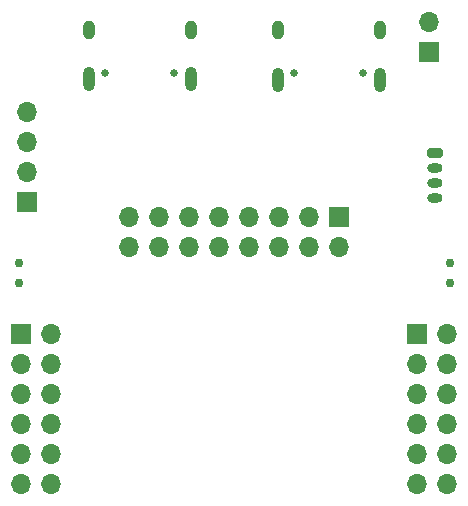
<source format=gbr>
%TF.GenerationSoftware,KiCad,Pcbnew,(6.0.0)*%
%TF.CreationDate,2022-01-05T23:10:14+08:00*%
%TF.ProjectId,CH573_KIT,43483537-335f-44b4-9954-2e6b69636164,rev?*%
%TF.SameCoordinates,Original*%
%TF.FileFunction,Soldermask,Bot*%
%TF.FilePolarity,Negative*%
%FSLAX46Y46*%
G04 Gerber Fmt 4.6, Leading zero omitted, Abs format (unit mm)*
G04 Created by KiCad (PCBNEW (6.0.0)) date 2022-01-05 23:10:14*
%MOMM*%
%LPD*%
G01*
G04 APERTURE LIST*
G04 Aperture macros list*
%AMRoundRect*
0 Rectangle with rounded corners*
0 $1 Rounding radius*
0 $2 $3 $4 $5 $6 $7 $8 $9 X,Y pos of 4 corners*
0 Add a 4 corners polygon primitive as box body*
4,1,4,$2,$3,$4,$5,$6,$7,$8,$9,$2,$3,0*
0 Add four circle primitives for the rounded corners*
1,1,$1+$1,$2,$3*
1,1,$1+$1,$4,$5*
1,1,$1+$1,$6,$7*
1,1,$1+$1,$8,$9*
0 Add four rect primitives between the rounded corners*
20,1,$1+$1,$2,$3,$4,$5,0*
20,1,$1+$1,$4,$5,$6,$7,0*
20,1,$1+$1,$6,$7,$8,$9,0*
20,1,$1+$1,$8,$9,$2,$3,0*%
G04 Aperture macros list end*
%ADD10O,1.700000X1.700000*%
%ADD11R,1.700000X1.700000*%
%ADD12C,0.650000*%
%ADD13O,1.000000X2.100000*%
%ADD14O,1.000000X1.600000*%
%ADD15C,0.750000*%
%ADD16RoundRect,0.200000X-0.450000X0.200000X-0.450000X-0.200000X0.450000X-0.200000X0.450000X0.200000X0*%
%ADD17O,1.300000X0.800000*%
G04 APERTURE END LIST*
D10*
%TO.C,J3*%
X149515000Y-91350000D03*
X146975000Y-91350000D03*
X149515000Y-88810000D03*
X146975000Y-88810000D03*
X149515000Y-86270000D03*
X146975000Y-86270000D03*
X149515000Y-83730000D03*
X146975000Y-83730000D03*
X149515000Y-81190000D03*
X146975000Y-81190000D03*
X149515000Y-78650000D03*
D11*
X146975000Y-78650000D03*
%TD*%
%TO.C,J4*%
X173875000Y-68725000D03*
D10*
X173875000Y-71265000D03*
X171335000Y-68725000D03*
X171335000Y-71265000D03*
X168795000Y-68725000D03*
X168795000Y-71265000D03*
X166255000Y-68725000D03*
X166255000Y-71265000D03*
X163715000Y-68725000D03*
X163715000Y-71265000D03*
X161175000Y-68725000D03*
X161175000Y-71265000D03*
X158635000Y-68725000D03*
X158635000Y-71265000D03*
X156095000Y-68725000D03*
X156095000Y-71265000D03*
%TD*%
D12*
%TO.C,USB2*%
X159890000Y-56540000D03*
X154110000Y-56540000D03*
D13*
X152680000Y-57070000D03*
D14*
X161320000Y-52890000D03*
D13*
X161320000Y-57070000D03*
D14*
X152680000Y-52890000D03*
%TD*%
D11*
%TO.C,J2*%
X147500000Y-67500000D03*
D10*
X147500000Y-64960000D03*
X147500000Y-62420000D03*
X147500000Y-59880000D03*
%TD*%
D12*
%TO.C,USB1*%
X170110000Y-56600000D03*
X175890000Y-56600000D03*
D14*
X168680000Y-52950000D03*
D13*
X168680000Y-57130000D03*
D14*
X177320000Y-52950000D03*
D13*
X177320000Y-57130000D03*
%TD*%
D11*
%TO.C,J1*%
X181500000Y-54775000D03*
D10*
X181500000Y-52235000D03*
%TD*%
D15*
%TO.C,SW2*%
X183250000Y-74350000D03*
X183250000Y-72650000D03*
%TD*%
D10*
%TO.C,J6*%
X183015000Y-91350000D03*
X180475000Y-91350000D03*
X183015000Y-88810000D03*
X180475000Y-88810000D03*
X183015000Y-86270000D03*
X180475000Y-86270000D03*
X183015000Y-83730000D03*
X180475000Y-83730000D03*
X183015000Y-81190000D03*
X180475000Y-81190000D03*
X183015000Y-78650000D03*
D11*
X180475000Y-78650000D03*
%TD*%
D15*
%TO.C,SW1*%
X146750000Y-74350000D03*
X146750000Y-72650000D03*
%TD*%
D16*
%TO.C,J5*%
X182050000Y-63375000D03*
D17*
X182050000Y-64625000D03*
X182050000Y-65875000D03*
X182050000Y-67125000D03*
%TD*%
M02*

</source>
